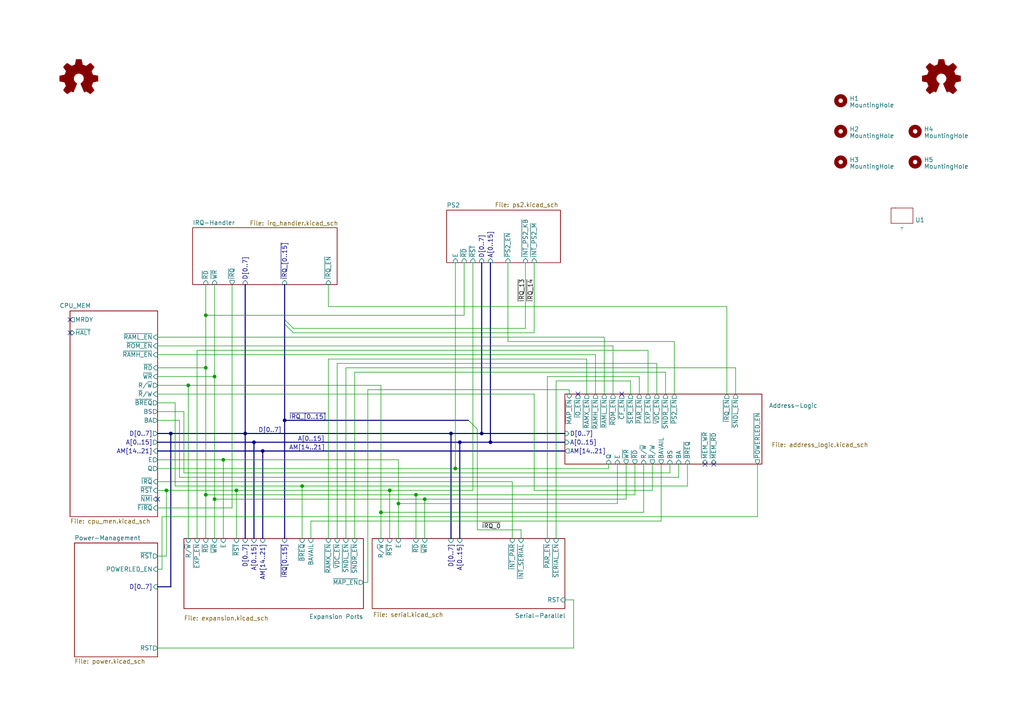
<source format=kicad_sch>
(kicad_sch
	(version 20231120)
	(generator "eeschema")
	(generator_version "8.0")
	(uuid "4cf1c087-5c32-4958-ab30-5e92afc4ef4b")
	(paper "A4")
	(lib_symbols
		(symbol "Graphic:Logo_Open_Hardware_Small"
			(exclude_from_sim no)
			(in_bom no)
			(on_board no)
			(property "Reference" "#SYM"
				(at 0 6.985 0)
				(effects
					(font
						(size 1.27 1.27)
					)
					(hide yes)
				)
			)
			(property "Value" "Logo_Open_Hardware_Small"
				(at 0 -5.715 0)
				(effects
					(font
						(size 1.27 1.27)
					)
					(hide yes)
				)
			)
			(property "Footprint" ""
				(at 0 0 0)
				(effects
					(font
						(size 1.27 1.27)
					)
					(hide yes)
				)
			)
			(property "Datasheet" "~"
				(at 0 0 0)
				(effects
					(font
						(size 1.27 1.27)
					)
					(hide yes)
				)
			)
			(property "Description" "Open Hardware logo, small"
				(at 0 0 0)
				(effects
					(font
						(size 1.27 1.27)
					)
					(hide yes)
				)
			)
			(property "Sim.Enable" "0"
				(at 0 0 0)
				(effects
					(font
						(size 1.27 1.27)
					)
					(hide yes)
				)
			)
			(property "ki_keywords" "Logo"
				(at 0 0 0)
				(effects
					(font
						(size 1.27 1.27)
					)
					(hide yes)
				)
			)
			(symbol "Logo_Open_Hardware_Small_0_1"
				(polyline
					(pts
						(xy 3.3528 -4.3434) (xy 3.302 -4.318) (xy 3.175 -4.2418) (xy 2.9972 -4.1148) (xy 2.7686 -3.9624)
						(xy 2.54 -3.81) (xy 2.3622 -3.7084) (xy 2.2352 -3.6068) (xy 2.1844 -3.5814) (xy 2.159 -3.6068)
						(xy 2.0574 -3.6576) (xy 1.905 -3.7338) (xy 1.8034 -3.7846) (xy 1.6764 -3.8354) (xy 1.6002 -3.8354)
						(xy 1.6002 -3.8354) (xy 1.5494 -3.7338) (xy 1.4732 -3.5306) (xy 1.3462 -3.302) (xy 1.2446 -3.0226)
						(xy 1.1176 -2.7178) (xy 0.9652 -2.413) (xy 0.8636 -2.1082) (xy 0.7366 -1.8288) (xy 0.6604 -1.6256)
						(xy 0.6096 -1.4732) (xy 0.5842 -1.397) (xy 0.5842 -1.397) (xy 0.6604 -1.3208) (xy 0.7874 -1.2446)
						(xy 1.0414 -1.016) (xy 1.2954 -0.6858) (xy 1.4478 -0.3302) (xy 1.524 0.0762) (xy 1.4732 0.4572)
						(xy 1.3208 0.8128) (xy 1.0668 1.143) (xy 0.762 1.3716) (xy 0.4064 1.524) (xy 0 1.5748) (xy -0.381 1.5494)
						(xy -0.7366 1.397) (xy -1.0668 1.143) (xy -1.2192 0.9906) (xy -1.397 0.6604) (xy -1.524 0.3048)
						(xy -1.524 0.2286) (xy -1.4986 -0.1778) (xy -1.397 -0.5334) (xy -1.1938 -0.8636) (xy -0.9144 -1.143)
						(xy -0.8636 -1.1684) (xy -0.7366 -1.27) (xy -0.635 -1.3462) (xy -0.5842 -1.397) (xy -1.0668 -2.5908)
						(xy -1.143 -2.794) (xy -1.2954 -3.1242) (xy -1.397 -3.4036) (xy -1.4986 -3.6322) (xy -1.5748 -3.7846)
						(xy -1.6002 -3.8354) (xy -1.6002 -3.8354) (xy -1.651 -3.8354) (xy -1.7272 -3.81) (xy -1.905 -3.7338)
						(xy -2.0066 -3.683) (xy -2.1336 -3.6068) (xy -2.2098 -3.5814) (xy -2.2606 -3.6068) (xy -2.3622 -3.683)
						(xy -2.54 -3.81) (xy -2.7686 -3.9624) (xy -2.9718 -4.0894) (xy -3.1496 -4.2164) (xy -3.302 -4.318)
						(xy -3.3528 -4.3434) (xy -3.3782 -4.3434) (xy -3.429 -4.318) (xy -3.5306 -4.2164) (xy -3.7084 -4.064)
						(xy -3.937 -3.8354) (xy -3.9624 -3.81) (xy -4.1656 -3.6068) (xy -4.318 -3.4544) (xy -4.4196 -3.3274)
						(xy -4.445 -3.2766) (xy -4.445 -3.2766) (xy -4.4196 -3.2258) (xy -4.318 -3.0734) (xy -4.2164 -2.8956)
						(xy -4.064 -2.667) (xy -3.6576 -2.0828) (xy -3.8862 -1.5494) (xy -3.937 -1.3716) (xy -4.0386 -1.1684)
						(xy -4.0894 -1.0414) (xy -4.1148 -0.9652) (xy -4.191 -0.9398) (xy -4.318 -0.9144) (xy -4.5466 -0.8636)
						(xy -4.8006 -0.8128) (xy -5.0546 -0.7874) (xy -5.2578 -0.7366) (xy -5.4356 -0.7112) (xy -5.5118 -0.6858)
						(xy -5.5118 -0.6858) (xy -5.5372 -0.635) (xy -5.5372 -0.5588) (xy -5.5372 -0.4318) (xy -5.5626 -0.2286)
						(xy -5.5626 0.0762) (xy -5.5626 0.127) (xy -5.5372 0.4064) (xy -5.5372 0.635) (xy -5.5372 0.762)
						(xy -5.5372 0.8382) (xy -5.5372 0.8382) (xy -5.461 0.8382) (xy -5.3086 0.889) (xy -5.08 0.9144)
						(xy -4.826 0.9652) (xy -4.8006 0.9906) (xy -4.5466 1.0414) (xy -4.318 1.0668) (xy -4.1656 1.1176)
						(xy -4.0894 1.143) (xy -4.0894 1.143) (xy -4.0386 1.2446) (xy -3.9624 1.4224) (xy -3.8608 1.6256)
						(xy -3.7846 1.8288) (xy -3.7084 2.0066) (xy -3.6576 2.159) (xy -3.6322 2.2098) (xy -3.6322 2.2098)
						(xy -3.683 2.286) (xy -3.7592 2.413) (xy -3.8862 2.5908) (xy -4.064 2.8194) (xy -4.064 2.8448)
						(xy -4.2164 3.0734) (xy -4.3434 3.2512) (xy -4.4196 3.3782) (xy -4.445 3.4544) (xy -4.445 3.4544)
						(xy -4.3942 3.5052) (xy -4.2926 3.6322) (xy -4.1148 3.81) (xy -3.937 4.0132) (xy -3.8608 4.064)
						(xy -3.6576 4.2926) (xy -3.5052 4.4196) (xy -3.4036 4.4958) (xy -3.3528 4.5212) (xy -3.3528 4.5212)
						(xy -3.302 4.4704) (xy -3.1496 4.3688) (xy -2.9718 4.2418) (xy -2.7432 4.0894) (xy -2.7178 4.0894)
						(xy -2.4892 3.937) (xy -2.3114 3.81) (xy -2.1844 3.7084) (xy -2.1336 3.683) (xy -2.1082 3.683)
						(xy -2.032 3.7084) (xy -1.8542 3.7592) (xy -1.6764 3.8354) (xy -1.4732 3.937) (xy -1.27 4.0132)
						(xy -1.143 4.064) (xy -1.0668 4.1148) (xy -1.0668 4.1148) (xy -1.0414 4.191) (xy -1.016 4.3434)
						(xy -0.9652 4.572) (xy -0.9144 4.8514) (xy -0.889 4.9022) (xy -0.8382 5.1562) (xy -0.8128 5.3848)
						(xy -0.7874 5.5372) (xy -0.762 5.588) (xy -0.7112 5.6134) (xy -0.5842 5.6134) (xy -0.4064 5.6134)
						(xy -0.1524 5.6134) (xy 0.0762 5.6134) (xy 0.3302 5.6134) (xy 0.5334 5.6134) (xy 0.6858 5.588)
						(xy 0.7366 5.588) (xy 0.7366 5.588) (xy 0.762 5.5118) (xy 0.8128 5.334) (xy 0.8382 5.1054) (xy 0.9144 4.826)
						(xy 0.9144 4.7752) (xy 0.9652 4.5212) (xy 1.016 4.2926) (xy 1.0414 4.1402) (xy 1.0668 4.0894)
						(xy 1.0668 4.0894) (xy 1.1938 4.0386) (xy 1.3716 3.9624) (xy 1.5748 3.8608) (xy 2.0828 3.6576)
						(xy 2.7178 4.0894) (xy 2.7686 4.1402) (xy 2.9972 4.2926) (xy 3.175 4.4196) (xy 3.302 4.4958) (xy 3.3782 4.5212)
						(xy 3.3782 4.5212) (xy 3.429 4.4704) (xy 3.556 4.3434) (xy 3.7338 4.191) (xy 3.9116 3.9878) (xy 4.064 3.8354)
						(xy 4.2418 3.6576) (xy 4.3434 3.556) (xy 4.4196 3.4798) (xy 4.4196 3.429) (xy 4.4196 3.4036) (xy 4.3942 3.3274)
						(xy 4.2926 3.2004) (xy 4.1656 2.9972) (xy 4.0132 2.794) (xy 3.8862 2.5908) (xy 3.7592 2.3876)
						(xy 3.6576 2.2352) (xy 3.6322 2.159) (xy 3.6322 2.1336) (xy 3.683 2.0066) (xy 3.7592 1.8288) (xy 3.8608 1.6002)
						(xy 4.064 1.1176) (xy 4.3942 1.0414) (xy 4.5974 1.016) (xy 4.8768 0.9652) (xy 5.1308 0.9144) (xy 5.5372 0.8382)
						(xy 5.5626 -0.6604) (xy 5.4864 -0.6858) (xy 5.4356 -0.6858) (xy 5.2832 -0.7366) (xy 5.0546 -0.762)
						(xy 4.8006 -0.8128) (xy 4.5974 -0.8636) (xy 4.3688 -0.9144) (xy 4.2164 -0.9398) (xy 4.1402 -0.9398)
						(xy 4.1148 -0.9652) (xy 4.064 -1.0668) (xy 3.9878 -1.2446) (xy 3.9116 -1.4478) (xy 3.81 -1.651)
						(xy 3.7338 -1.8542) (xy 3.683 -2.0066) (xy 3.6576 -2.0828) (xy 3.683 -2.1336) (xy 3.7846 -2.2606)
						(xy 3.8862 -2.4638) (xy 4.0386 -2.667) (xy 4.191 -2.8956) (xy 4.318 -3.0734) (xy 4.3942 -3.2004)
						(xy 4.445 -3.2766) (xy 4.4196 -3.3274) (xy 4.3434 -3.429) (xy 4.1656 -3.5814) (xy 3.937 -3.8354)
						(xy 3.8862 -3.8608) (xy 3.683 -4.064) (xy 3.5306 -4.2164) (xy 3.4036 -4.318) (xy 3.3528 -4.3434)
					)
					(stroke
						(width 0)
						(type default)
					)
					(fill
						(type outline)
					)
				)
			)
		)
		(symbol "Mechanical:MountingHole"
			(pin_names
				(offset 1.016)
			)
			(exclude_from_sim no)
			(in_bom yes)
			(on_board yes)
			(property "Reference" "H"
				(at 0 5.08 0)
				(effects
					(font
						(size 1.27 1.27)
					)
				)
			)
			(property "Value" "MountingHole"
				(at 0 3.175 0)
				(effects
					(font
						(size 1.27 1.27)
					)
				)
			)
			(property "Footprint" ""
				(at 0 0 0)
				(effects
					(font
						(size 1.27 1.27)
					)
					(hide yes)
				)
			)
			(property "Datasheet" "~"
				(at 0 0 0)
				(effects
					(font
						(size 1.27 1.27)
					)
					(hide yes)
				)
			)
			(property "Description" "Mounting Hole without connection"
				(at 0 0 0)
				(effects
					(font
						(size 1.27 1.27)
					)
					(hide yes)
				)
			)
			(property "ki_keywords" "mounting hole"
				(at 0 0 0)
				(effects
					(font
						(size 1.27 1.27)
					)
					(hide yes)
				)
			)
			(property "ki_fp_filters" "MountingHole*"
				(at 0 0 0)
				(effects
					(font
						(size 1.27 1.27)
					)
					(hide yes)
				)
			)
			(symbol "MountingHole_0_1"
				(circle
					(center 0 0)
					(radius 1.27)
					(stroke
						(width 1.27)
						(type default)
					)
					(fill
						(type none)
					)
				)
			)
		)
		(symbol "motherboard:mITX"
			(exclude_from_sim no)
			(in_bom yes)
			(on_board yes)
			(property "Reference" "U"
				(at 0 0 0)
				(effects
					(font
						(size 1.27 1.27)
					)
				)
			)
			(property "Value" ""
				(at 0 0 0)
				(effects
					(font
						(size 1.27 1.27)
					)
				)
			)
			(property "Footprint" "motherboard:mITX"
				(at 0 0 0)
				(effects
					(font
						(size 1.27 1.27)
					)
					(hide yes)
				)
			)
			(property "Datasheet" ""
				(at 0 0 0)
				(effects
					(font
						(size 1.27 1.27)
					)
					(hide yes)
				)
			)
			(property "Description" ""
				(at 0 0 0)
				(effects
					(font
						(size 1.27 1.27)
					)
					(hide yes)
				)
			)
			(symbol "mITX_0_1"
				(rectangle
					(start -3.175 5.715)
					(end 3.175 1.27)
					(stroke
						(width 0)
						(type default)
					)
					(fill
						(type none)
					)
				)
				(rectangle
					(start -1.905 5.715)
					(end -1.905 5.715)
					(stroke
						(width 0)
						(type default)
					)
					(fill
						(type none)
					)
				)
				(rectangle
					(start -1.905 5.715)
					(end -1.905 5.715)
					(stroke
						(width 0)
						(type default)
					)
					(fill
						(type none)
					)
				)
				(rectangle
					(start 0 -0.635)
					(end 0 -0.635)
					(stroke
						(width 0)
						(type default)
					)
					(fill
						(type none)
					)
				)
				(rectangle
					(start 0 -0.635)
					(end 0 -0.635)
					(stroke
						(width 0)
						(type default)
					)
					(fill
						(type none)
					)
				)
			)
		)
	)
	(junction
		(at 59.69 106.68)
		(diameter 0)
		(color 0 0 0 0)
		(uuid "0c35ef48-068f-4fe8-be5d-31f9a9be0abe")
	)
	(junction
		(at 49.53 125.73)
		(diameter 0)
		(color 0 0 0 0)
		(uuid "13fe53d7-8198-41a0-89fc-81fcb55cf35f")
	)
	(junction
		(at 62.23 109.22)
		(diameter 0)
		(color 0 0 0 0)
		(uuid "1b052e2b-9846-46e6-83fe-d041cdc5aad4")
	)
	(junction
		(at 76.2 130.81)
		(diameter 0)
		(color 0 0 0 0)
		(uuid "238b032a-bb13-47ce-9cb4-2b92eb414fb4")
	)
	(junction
		(at 110.49 148.59)
		(diameter 0)
		(color 0 0 0 0)
		(uuid "246a0cf4-6db3-4bb7-9487-70686ab04d6e")
	)
	(junction
		(at 139.7 125.73)
		(diameter 0)
		(color 0 0 0 0)
		(uuid "258f1eec-e596-4d34-a111-8ddd0ff3840f")
	)
	(junction
		(at 133.35 128.27)
		(diameter 0)
		(color 0 0 0 0)
		(uuid "277f89f3-b8ba-4bcc-9b52-05296d4d3750")
	)
	(junction
		(at 120.65 143.51)
		(diameter 0)
		(color 0 0 0 0)
		(uuid "3ab77c98-3eb1-4b49-b113-d6270e663582")
	)
	(junction
		(at 68.58 142.24)
		(diameter 0)
		(color 0 0 0 0)
		(uuid "3f41441b-c9dd-4908-bd2f-3b66c4508e0c")
	)
	(junction
		(at 71.12 125.73)
		(diameter 0)
		(color 0 0 0 0)
		(uuid "48d24ff3-5a50-4fd1-b692-c5c0a3219cd5")
	)
	(junction
		(at 64.77 133.35)
		(diameter 0)
		(color 0 0 0 0)
		(uuid "530c8fe4-a7f8-47ef-97d6-223064fb19cd")
	)
	(junction
		(at 54.61 111.76)
		(diameter 0)
		(color 0 0 0 0)
		(uuid "55e7ac78-963b-4196-b229-93edbb9cd30b")
	)
	(junction
		(at 132.08 135.89)
		(diameter 0)
		(color 0 0 0 0)
		(uuid "6f453f62-5193-4b52-83e0-b1626d0b9bc5")
	)
	(junction
		(at 48.26 142.24)
		(diameter 0)
		(color 0 0 0 0)
		(uuid "83664fde-73b8-40e1-b6d1-adf2fe3d46f1")
	)
	(junction
		(at 130.81 125.73)
		(diameter 0)
		(color 0 0 0 0)
		(uuid "94bebd48-f151-4bf0-b828-ece434f87ed9")
	)
	(junction
		(at 59.69 143.51)
		(diameter 0)
		(color 0 0 0 0)
		(uuid "952b1038-b77f-40fb-9d17-da572487e6ec")
	)
	(junction
		(at 113.03 142.24)
		(diameter 0)
		(color 0 0 0 0)
		(uuid "99005c6a-45a5-44cf-8de0-8e7d7af16b5f")
	)
	(junction
		(at 62.23 144.78)
		(diameter 0)
		(color 0 0 0 0)
		(uuid "a6ba641f-53b3-4c95-b8e6-a122b76e9e6e")
	)
	(junction
		(at 142.24 128.27)
		(diameter 0)
		(color 0 0 0 0)
		(uuid "b1a9a024-e085-44b5-83db-d991b2cae126")
	)
	(junction
		(at 82.55 121.92)
		(diameter 0)
		(color 0 0 0 0)
		(uuid "b8a4c36d-2f04-47af-96d3-847b81628a28")
	)
	(junction
		(at 123.19 144.78)
		(diameter 0)
		(color 0 0 0 0)
		(uuid "c7fdc8dc-f4d5-4bab-b6d8-eabbf79e5588")
	)
	(junction
		(at 59.69 91.44)
		(diameter 0)
		(color 0 0 0 0)
		(uuid "d40cb398-f596-4733-a117-6e44b8e560a5")
	)
	(junction
		(at 73.66 128.27)
		(diameter 0)
		(color 0 0 0 0)
		(uuid "d7474274-c202-40a8-8da8-170b5fc4dc4f")
	)
	(junction
		(at 115.57 146.05)
		(diameter 0)
		(color 0 0 0 0)
		(uuid "ea4e7bde-fa29-4777-bc39-a0b500490ad9")
	)
	(junction
		(at 87.63 140.97)
		(diameter 0)
		(color 0 0 0 0)
		(uuid "f6ad3577-ff40-44a9-8c96-af496c281ae8")
	)
	(no_connect
		(at 20.32 96.52)
		(uuid "063eeeb9-41b6-4331-bb80-6ea00733e20d")
	)
	(no_connect
		(at 45.72 144.78)
		(uuid "37b4d194-e57b-4b38-9e98-f13c365983c5")
	)
	(no_connect
		(at 204.47 134.62)
		(uuid "4829c488-6870-4bf9-8a39-983b5ce916ed")
	)
	(no_connect
		(at 207.01 134.62)
		(uuid "9c594292-312e-48cd-ab8d-c1523a574afb")
	)
	(no_connect
		(at 167.64 114.3)
		(uuid "9c5d8857-a79d-4381-8e1e-1bb968a1afd0")
	)
	(no_connect
		(at 180.34 114.3)
		(uuid "9ee219b2-9341-4827-a281-e5fbc7169ef4")
	)
	(no_connect
		(at 20.32 92.71)
		(uuid "b9b3f625-f3af-4e9c-af90-bbf1d86f9357")
	)
	(bus_entry
		(at 135.89 121.92)
		(size 2.54 2.54)
		(stroke
			(width 0)
			(type default)
		)
		(uuid "1ab5221b-121a-44c9-823d-ea761c9b4428")
	)
	(bus_entry
		(at 82.55 93.98)
		(size 2.54 2.54)
		(stroke
			(width 0)
			(type default)
		)
		(uuid "2f07ded0-0a0c-4fa1-9980-4794a91e7d6c")
	)
	(bus_entry
		(at 82.55 92.71)
		(size 2.54 2.54)
		(stroke
			(width 0)
			(type default)
		)
		(uuid "7161a645-8f76-48ff-82c4-f923e2bc81aa")
	)
	(wire
		(pts
			(xy 45.72 109.22) (xy 62.23 109.22)
		)
		(stroke
			(width 0)
			(type default)
		)
		(uuid "01bee8e6-a388-4408-aa93-001719b2eab9")
	)
	(wire
		(pts
			(xy 62.23 109.22) (xy 62.23 144.78)
		)
		(stroke
			(width 0)
			(type default)
		)
		(uuid "04222302-99ed-43bf-b16d-80a016914400")
	)
	(wire
		(pts
			(xy 110.49 111.76) (xy 110.49 148.59)
		)
		(stroke
			(width 0)
			(type default)
		)
		(uuid "048eb5dd-80a1-417e-a714-ca98480035f1")
	)
	(wire
		(pts
			(xy 187.96 101.6) (xy 187.96 114.3)
		)
		(stroke
			(width 0)
			(type default)
		)
		(uuid "06e9126d-ad8e-4a03-86ae-c5fb665b771d")
	)
	(wire
		(pts
			(xy 54.61 111.76) (xy 54.61 156.21)
		)
		(stroke
			(width 0)
			(type default)
		)
		(uuid "0884f0aa-6271-4a03-b8aa-f931afbeb6fd")
	)
	(bus
		(pts
			(xy 142.24 76.2) (xy 142.24 128.27)
		)
		(stroke
			(width 0)
			(type default)
		)
		(uuid "090cacf8-94fe-4232-adc7-810e1e2004e6")
	)
	(wire
		(pts
			(xy 62.23 156.21) (xy 62.23 144.78)
		)
		(stroke
			(width 0)
			(type default)
		)
		(uuid "0ab6360d-2131-4c30-8500-8d51d88de802")
	)
	(wire
		(pts
			(xy 179.07 146.05) (xy 179.07 134.62)
		)
		(stroke
			(width 0)
			(type default)
		)
		(uuid "0b24506d-1ecc-4979-9a12-7bfa3a6dc9db")
	)
	(wire
		(pts
			(xy 195.58 99.06) (xy 195.58 114.3)
		)
		(stroke
			(width 0)
			(type default)
		)
		(uuid "0dd64614-7a1a-4211-bc47-fb778d45f7d5")
	)
	(wire
		(pts
			(xy 45.72 106.68) (xy 59.69 106.68)
		)
		(stroke
			(width 0)
			(type default)
		)
		(uuid "0f52fdec-ca32-4537-8a75-eb619b32a392")
	)
	(wire
		(pts
			(xy 193.04 107.95) (xy 193.04 114.3)
		)
		(stroke
			(width 0)
			(type default)
		)
		(uuid "0fb4768a-288b-4eb9-8c06-fc33e9c1922a")
	)
	(wire
		(pts
			(xy 45.72 111.76) (xy 54.61 111.76)
		)
		(stroke
			(width 0)
			(type default)
		)
		(uuid "118be966-db3c-4741-a8a4-542e86ab6e43")
	)
	(wire
		(pts
			(xy 59.69 82.55) (xy 59.69 91.44)
		)
		(stroke
			(width 0)
			(type default)
		)
		(uuid "14d6da47-27d5-4deb-a7ef-2390cfec514b")
	)
	(wire
		(pts
			(xy 172.72 102.87) (xy 172.72 114.3)
		)
		(stroke
			(width 0)
			(type default)
		)
		(uuid "197b608e-bcd8-4471-8ba6-316929f2342a")
	)
	(wire
		(pts
			(xy 158.75 156.21) (xy 158.75 109.22)
		)
		(stroke
			(width 0)
			(type default)
		)
		(uuid "1d458c68-4807-490d-8262-aac0312fbcbf")
	)
	(wire
		(pts
			(xy 185.42 109.22) (xy 185.42 114.3)
		)
		(stroke
			(width 0)
			(type default)
		)
		(uuid "1f2e9350-4b03-41fd-9605-965b5009070b")
	)
	(wire
		(pts
			(xy 90.17 151.13) (xy 90.17 156.21)
		)
		(stroke
			(width 0)
			(type default)
		)
		(uuid "1f6059f5-a071-4ac9-bc8a-0e1ce7903e8d")
	)
	(wire
		(pts
			(xy 46.99 165.1) (xy 45.72 165.1)
		)
		(stroke
			(width 0)
			(type default)
		)
		(uuid "209a5029-d003-466e-905a-952a482dae56")
	)
	(wire
		(pts
			(xy 137.16 142.24) (xy 113.03 142.24)
		)
		(stroke
			(width 0)
			(type default)
		)
		(uuid "2279f43d-2613-43fd-9b43-18bff8ab07e9")
	)
	(wire
		(pts
			(xy 53.34 137.16) (xy 194.31 137.16)
		)
		(stroke
			(width 0)
			(type default)
		)
		(uuid "23812494-1928-4a59-95e9-28731094ab1a")
	)
	(wire
		(pts
			(xy 45.72 100.33) (xy 177.8 100.33)
		)
		(stroke
			(width 0)
			(type default)
		)
		(uuid "241f7f98-bfb5-400d-b67b-a77334de089f")
	)
	(bus
		(pts
			(xy 133.35 128.27) (xy 133.35 156.21)
		)
		(stroke
			(width 0)
			(type default)
		)
		(uuid "259b718a-20b0-4c68-b287-a911c3bb7d62")
	)
	(wire
		(pts
			(xy 87.63 140.97) (xy 87.63 156.21)
		)
		(stroke
			(width 0)
			(type default)
		)
		(uuid "25d74a21-95d8-4576-ba81-7154ff0ee969")
	)
	(wire
		(pts
			(xy 154.94 96.52) (xy 154.94 76.2)
		)
		(stroke
			(width 0)
			(type default)
		)
		(uuid "269a7c6b-f468-4e0d-a9e9-1b761cce024e")
	)
	(wire
		(pts
			(xy 45.72 161.29) (xy 48.26 161.29)
		)
		(stroke
			(width 0)
			(type default)
		)
		(uuid "26cea193-107b-4a0a-af37-4009fb36c46f")
	)
	(wire
		(pts
			(xy 158.75 109.22) (xy 185.42 109.22)
		)
		(stroke
			(width 0)
			(type default)
		)
		(uuid "279e11ec-84fb-4924-8a53-a46410ca32e7")
	)
	(wire
		(pts
			(xy 120.65 143.51) (xy 120.65 156.21)
		)
		(stroke
			(width 0)
			(type default)
		)
		(uuid "29d35b52-f480-4624-84ad-27980a79fea5")
	)
	(wire
		(pts
			(xy 213.36 106.68) (xy 213.36 114.3)
		)
		(stroke
			(width 0)
			(type default)
		)
		(uuid "2d28c299-262b-4e6c-940d-f42d0f530b15")
	)
	(bus
		(pts
			(xy 130.81 125.73) (xy 130.81 156.21)
		)
		(stroke
			(width 0)
			(type default)
		)
		(uuid "2d8621da-ba1d-4d42-acc6-5b3c0359e408")
	)
	(wire
		(pts
			(xy 191.77 134.62) (xy 191.77 151.13)
		)
		(stroke
			(width 0)
			(type default)
		)
		(uuid "322722d9-50da-45fb-a984-c21a2f1557e6")
	)
	(wire
		(pts
			(xy 166.37 173.99) (xy 163.83 173.99)
		)
		(stroke
			(width 0)
			(type default)
		)
		(uuid "32ec297b-c91f-4e91-ae88-925e7759c45c")
	)
	(wire
		(pts
			(xy 52.07 138.43) (xy 52.07 121.92)
		)
		(stroke
			(width 0)
			(type default)
		)
		(uuid "33300a9e-f156-4d36-afc3-0e74ee5cbb88")
	)
	(bus
		(pts
			(xy 73.66 128.27) (xy 73.66 156.21)
		)
		(stroke
			(width 0)
			(type default)
		)
		(uuid "3344fa68-885e-4a48-9d68-8f84ae17425c")
	)
	(wire
		(pts
			(xy 68.58 142.24) (xy 113.03 142.24)
		)
		(stroke
			(width 0)
			(type default)
		)
		(uuid "33751e41-6354-4402-952c-c34f02a784c8")
	)
	(bus
		(pts
			(xy 49.53 125.73) (xy 45.72 125.73)
		)
		(stroke
			(width 0)
			(type default)
		)
		(uuid "344ca0d9-b35a-4f97-9b55-caf06f75a5ec")
	)
	(wire
		(pts
			(xy 59.69 143.51) (xy 59.69 156.21)
		)
		(stroke
			(width 0)
			(type default)
		)
		(uuid "35cbb22b-3568-4447-89e1-762c2a6638d6")
	)
	(wire
		(pts
			(xy 194.31 137.16) (xy 194.31 134.62)
		)
		(stroke
			(width 0)
			(type default)
		)
		(uuid "3c2a07af-6818-462e-aa9f-95d8cc2c048b")
	)
	(wire
		(pts
			(xy 46.99 149.86) (xy 46.99 165.1)
		)
		(stroke
			(width 0)
			(type default)
		)
		(uuid "3ce1c4ab-db54-40f8-893f-8d575efdc39d")
	)
	(wire
		(pts
			(xy 57.15 101.6) (xy 187.96 101.6)
		)
		(stroke
			(width 0)
			(type default)
		)
		(uuid "3d5efaac-ce4e-4ef0-b7e8-db47c439fcb4")
	)
	(bus
		(pts
			(xy 45.72 130.81) (xy 76.2 130.81)
		)
		(stroke
			(width 0)
			(type default)
		)
		(uuid "400b64f2-44cc-4a8a-9687-a2d686e09c52")
	)
	(wire
		(pts
			(xy 54.61 111.76) (xy 110.49 111.76)
		)
		(stroke
			(width 0)
			(type default)
		)
		(uuid "406d7302-9730-44d9-9a46-f8ad6a9be078")
	)
	(wire
		(pts
			(xy 45.72 119.38) (xy 53.34 119.38)
		)
		(stroke
			(width 0)
			(type default)
		)
		(uuid "40baf2fa-c340-49a0-a100-277a1f4fe082")
	)
	(wire
		(pts
			(xy 106.68 168.91) (xy 106.68 113.03)
		)
		(stroke
			(width 0)
			(type default)
		)
		(uuid "40c4de33-49c1-4b57-a95f-cbdfcc5fc712")
	)
	(wire
		(pts
			(xy 97.79 156.21) (xy 97.79 105.41)
		)
		(stroke
			(width 0)
			(type default)
		)
		(uuid "4280e2e8-79e4-40c9-8eef-0c3cbe29795e")
	)
	(wire
		(pts
			(xy 123.19 144.78) (xy 123.19 156.21)
		)
		(stroke
			(width 0)
			(type default)
		)
		(uuid "4353e19b-a928-43bf-be4f-b2a3af1c1826")
	)
	(wire
		(pts
			(xy 196.85 134.62) (xy 196.85 138.43)
		)
		(stroke
			(width 0)
			(type default)
		)
		(uuid "4a17c797-e99e-487f-a3ba-84070f139461")
	)
	(wire
		(pts
			(xy 45.72 135.89) (xy 132.08 135.89)
		)
		(stroke
			(width 0)
			(type default)
		)
		(uuid "4cc5ac6a-d4f2-4445-b0ea-46ae33e8b17a")
	)
	(bus
		(pts
			(xy 73.66 128.27) (xy 133.35 128.27)
		)
		(stroke
			(width 0)
			(type default)
		)
		(uuid "4e06b080-6c55-48bd-ba38-3878d26270f6")
	)
	(wire
		(pts
			(xy 45.72 187.96) (xy 166.37 187.96)
		)
		(stroke
			(width 0)
			(type default)
		)
		(uuid "4e50ae45-a1c7-4859-9088-ccec7ee5f130")
	)
	(bus
		(pts
			(xy 76.2 130.81) (xy 76.2 156.21)
		)
		(stroke
			(width 0)
			(type default)
		)
		(uuid "501dad52-fbe5-4d62-9034-d18d09b7254e")
	)
	(bus
		(pts
			(xy 133.35 128.27) (xy 142.24 128.27)
		)
		(stroke
			(width 0)
			(type default)
		)
		(uuid "53c564f1-7c74-40c3-b71c-a492b41ec996")
	)
	(wire
		(pts
			(xy 175.26 97.79) (xy 175.26 114.3)
		)
		(stroke
			(width 0)
			(type default)
		)
		(uuid "544d0d3e-021c-4542-99ad-a1c153f4606a")
	)
	(wire
		(pts
			(xy 50.8 140.97) (xy 87.63 140.97)
		)
		(stroke
			(width 0)
			(type default)
		)
		(uuid "54575073-86c5-4f81-a763-6c93d3c0a60f")
	)
	(wire
		(pts
			(xy 177.8 100.33) (xy 177.8 114.3)
		)
		(stroke
			(width 0)
			(type default)
		)
		(uuid "55e0b9cb-dac4-41b7-9cfa-4e7b9469f3f5")
	)
	(bus
		(pts
			(xy 82.55 121.92) (xy 135.89 121.92)
		)
		(stroke
			(width 0)
			(type default)
		)
		(uuid "55f972c0-e106-4a3b-961d-9a2a22ecc961")
	)
	(wire
		(pts
			(xy 97.79 105.41) (xy 190.5 105.41)
		)
		(stroke
			(width 0)
			(type default)
		)
		(uuid "560be15c-4d46-4ca7-a7bf-40acd43c7dcc")
	)
	(wire
		(pts
			(xy 110.49 148.59) (xy 186.69 148.59)
		)
		(stroke
			(width 0)
			(type default)
		)
		(uuid "5b039efc-993f-430b-a88d-4c88f8162347")
	)
	(wire
		(pts
			(xy 134.62 91.44) (xy 59.69 91.44)
		)
		(stroke
			(width 0)
			(type default)
		)
		(uuid "5d95b71c-9ae0-4404-9f13-116d0d703650")
	)
	(wire
		(pts
			(xy 190.5 105.41) (xy 190.5 114.3)
		)
		(stroke
			(width 0)
			(type default)
		)
		(uuid "5e6c6e3d-0f55-4cc4-8c5f-a5bea9d0d3fb")
	)
	(wire
		(pts
			(xy 62.23 144.78) (xy 123.19 144.78)
		)
		(stroke
			(width 0)
			(type default)
		)
		(uuid "667386e2-3abf-442d-98d8-cd081c8df5be")
	)
	(wire
		(pts
			(xy 154.94 114.3) (xy 154.94 142.24)
		)
		(stroke
			(width 0)
			(type default)
		)
		(uuid "66794f32-9365-409b-a9ae-564afc546424")
	)
	(wire
		(pts
			(xy 106.68 168.91) (xy 105.41 168.91)
		)
		(stroke
			(width 0)
			(type default)
		)
		(uuid "66aff1c4-581b-41b1-9ce6-7c65b4a97854")
	)
	(wire
		(pts
			(xy 85.09 96.52) (xy 154.94 96.52)
		)
		(stroke
			(width 0)
			(type default)
		)
		(uuid "66fc404a-2bf9-4e46-9dc2-36a15c78a9ea")
	)
	(wire
		(pts
			(xy 138.43 153.67) (xy 151.13 153.67)
		)
		(stroke
			(width 0)
			(type default)
		)
		(uuid "67574f6d-895b-4a04-acd4-c262f7a717d6")
	)
	(bus
		(pts
			(xy 45.72 128.27) (xy 73.66 128.27)
		)
		(stroke
			(width 0)
			(type default)
		)
		(uuid "678efe19-e6db-40e1-8115-3c07ccf346b0")
	)
	(wire
		(pts
			(xy 48.26 161.29) (xy 48.26 142.24)
		)
		(stroke
			(width 0)
			(type default)
		)
		(uuid "690c2c58-5ced-4282-8a88-8505eb574498")
	)
	(wire
		(pts
			(xy 147.32 99.06) (xy 195.58 99.06)
		)
		(stroke
			(width 0)
			(type default)
		)
		(uuid "69215338-cd92-4afb-8927-0449e8a89b5a")
	)
	(wire
		(pts
			(xy 115.57 133.35) (xy 115.57 146.05)
		)
		(stroke
			(width 0)
			(type default)
		)
		(uuid "6a293054-403d-455b-b8d2-7081a0cd7117")
	)
	(wire
		(pts
			(xy 100.33 106.68) (xy 213.36 106.68)
		)
		(stroke
			(width 0)
			(type default)
		)
		(uuid "6baee64a-02df-4a98-852e-794c4f8bd993")
	)
	(wire
		(pts
			(xy 210.82 88.9) (xy 210.82 114.3)
		)
		(stroke
			(width 0)
			(type default)
		)
		(uuid "6ccade6b-4c1d-47ae-978a-e612e15c04fc")
	)
	(wire
		(pts
			(xy 100.33 156.21) (xy 100.33 106.68)
		)
		(stroke
			(width 0)
			(type default)
		)
		(uuid "731040c9-6786-482d-baa3-f74fab46e7cc")
	)
	(wire
		(pts
			(xy 45.72 147.32) (xy 67.31 147.32)
		)
		(stroke
			(width 0)
			(type default)
		)
		(uuid "7347256e-4aaa-433b-a17c-8e292b4555c5")
	)
	(wire
		(pts
			(xy 191.77 151.13) (xy 90.17 151.13)
		)
		(stroke
			(width 0)
			(type default)
		)
		(uuid "74b68cd9-0a8d-43ab-b2f3-81ce27911f4c")
	)
	(bus
		(pts
			(xy 71.12 125.73) (xy 49.53 125.73)
		)
		(stroke
			(width 0)
			(type default)
		)
		(uuid "7566dfd5-1d5b-4bc9-8bb0-6b2037aa58ea")
	)
	(wire
		(pts
			(xy 219.71 134.62) (xy 219.71 149.86)
		)
		(stroke
			(width 0)
			(type default)
		)
		(uuid "75871a9c-5472-418e-818d-3a642b75736f")
	)
	(bus
		(pts
			(xy 71.12 82.55) (xy 71.12 125.73)
		)
		(stroke
			(width 0)
			(type default)
		)
		(uuid "781d881e-4c71-4f3a-b9c4-29a342f95c9c")
	)
	(wire
		(pts
			(xy 184.15 134.62) (xy 184.15 143.51)
		)
		(stroke
			(width 0)
			(type default)
		)
		(uuid "7b08be47-9e74-4ca3-bbb5-5afef17f6075")
	)
	(wire
		(pts
			(xy 106.68 113.03) (xy 165.1 113.03)
		)
		(stroke
			(width 0)
			(type default)
		)
		(uuid "7bb283ff-43d2-4c60-ab47-fd6fb481052c")
	)
	(wire
		(pts
			(xy 182.88 110.49) (xy 182.88 114.3)
		)
		(stroke
			(width 0)
			(type default)
		)
		(uuid "7c2e0f8f-02a3-471a-8acc-c4854eddec88")
	)
	(wire
		(pts
			(xy 115.57 146.05) (xy 115.57 156.21)
		)
		(stroke
			(width 0)
			(type default)
		)
		(uuid "7fffcb1a-7d8e-4058-a87d-1cca58956a27")
	)
	(wire
		(pts
			(xy 48.26 142.24) (xy 68.58 142.24)
		)
		(stroke
			(width 0)
			(type default)
		)
		(uuid "843aa8e5-ffd8-45c3-91a2-c5fa9d559820")
	)
	(bus
		(pts
			(xy 130.81 125.73) (xy 139.7 125.73)
		)
		(stroke
			(width 0)
			(type default)
		)
		(uuid "859868aa-45e3-4378-b126-33320909a53e")
	)
	(wire
		(pts
			(xy 189.23 142.24) (xy 189.23 134.62)
		)
		(stroke
			(width 0)
			(type default)
		)
		(uuid "8796d0d6-0f00-4be5-9a39-7d17c0f5fe9f")
	)
	(bus
		(pts
			(xy 139.7 76.2) (xy 139.7 125.73)
		)
		(stroke
			(width 0)
			(type default)
		)
		(uuid "8a981e5a-2767-4ee6-ae62-ac22420afa66")
	)
	(wire
		(pts
			(xy 45.72 114.3) (xy 154.94 114.3)
		)
		(stroke
			(width 0)
			(type default)
		)
		(uuid "8ad46cda-8f99-4cae-af71-365efd7e2484")
	)
	(wire
		(pts
			(xy 152.4 76.2) (xy 152.4 95.25)
		)
		(stroke
			(width 0)
			(type default)
		)
		(uuid "8af292c8-f442-48ec-8764-5aea21cf8967")
	)
	(wire
		(pts
			(xy 170.18 104.14) (xy 170.18 114.3)
		)
		(stroke
			(width 0)
			(type default)
		)
		(uuid "8b8def18-6957-4822-b87c-e6400c4b73ad")
	)
	(bus
		(pts
			(xy 71.12 125.73) (xy 130.81 125.73)
		)
		(stroke
			(width 0)
			(type default)
		)
		(uuid "8bcda15b-733d-461c-9aac-51537f42495c")
	)
	(wire
		(pts
			(xy 59.69 106.68) (xy 59.69 143.51)
		)
		(stroke
			(width 0)
			(type default)
		)
		(uuid "9111cff7-8e4e-4348-8255-8913485f2e94")
	)
	(wire
		(pts
			(xy 48.26 142.24) (xy 45.72 142.24)
		)
		(stroke
			(width 0)
			(type default)
		)
		(uuid "93ab3b9b-3b9f-4e70-b16a-cad990e9ea4a")
	)
	(bus
		(pts
			(xy 82.55 93.98) (xy 82.55 121.92)
		)
		(stroke
			(width 0)
			(type default)
		)
		(uuid "9995f9c4-4608-4e06-8c86-4ca3c277bd27")
	)
	(wire
		(pts
			(xy 57.15 156.21) (xy 57.15 101.6)
		)
		(stroke
			(width 0)
			(type default)
		)
		(uuid "99d5fd13-13c7-4c81-91de-866f02429ca4")
	)
	(wire
		(pts
			(xy 64.77 133.35) (xy 115.57 133.35)
		)
		(stroke
			(width 0)
			(type default)
		)
		(uuid "9af52f26-02e3-4f66-96e0-040dd1a2f526")
	)
	(wire
		(pts
			(xy 115.57 146.05) (xy 179.07 146.05)
		)
		(stroke
			(width 0)
			(type default)
		)
		(uuid "9bc5d61b-522d-408e-8da5-43f4da392f32")
	)
	(wire
		(pts
			(xy 102.87 156.21) (xy 102.87 107.95)
		)
		(stroke
			(width 0)
			(type default)
		)
		(uuid "9c4b3c39-0561-48c4-bfe0-85b2d4c4de1b")
	)
	(wire
		(pts
			(xy 67.31 147.32) (xy 67.31 82.55)
		)
		(stroke
			(width 0)
			(type default)
		)
		(uuid "9cdca52d-a824-4856-a050-8cb2476c5137")
	)
	(wire
		(pts
			(xy 138.43 124.46) (xy 138.43 153.67)
		)
		(stroke
			(width 0)
			(type default)
		)
		(uuid "a065d266-acd9-479b-99d7-8feeecb7be8c")
	)
	(wire
		(pts
			(xy 110.49 148.59) (xy 110.49 156.21)
		)
		(stroke
			(width 0)
			(type default)
		)
		(uuid "a403781b-6a5d-4fcc-a355-80474a711950")
	)
	(wire
		(pts
			(xy 132.08 135.89) (xy 176.53 135.89)
		)
		(stroke
			(width 0)
			(type default)
		)
		(uuid "ab35f05d-aa36-499a-bf1e-bd050929d7cd")
	)
	(wire
		(pts
			(xy 165.1 113.03) (xy 165.1 114.3)
		)
		(stroke
			(width 0)
			(type default)
		)
		(uuid "ac4f1a6d-53e3-4409-95eb-669845435995")
	)
	(wire
		(pts
			(xy 134.62 76.2) (xy 134.62 91.44)
		)
		(stroke
			(width 0)
			(type default)
		)
		(uuid "af790348-7623-4454-b3f3-7fef44d18221")
	)
	(wire
		(pts
			(xy 95.25 88.9) (xy 210.82 88.9)
		)
		(stroke
			(width 0)
			(type default)
		)
		(uuid "b013348f-df3f-42b3-acc2-7ed60a7633aa")
	)
	(bus
		(pts
			(xy 71.12 125.73) (xy 71.12 156.21)
		)
		(stroke
			(width 0)
			(type default)
		)
		(uuid "b1aeca7e-b6b4-4c62-af83-9c53f50245b8")
	)
	(wire
		(pts
			(xy 102.87 107.95) (xy 193.04 107.95)
		)
		(stroke
			(width 0)
			(type default)
		)
		(uuid "b3073422-df95-459c-a4be-77af6e137a67")
	)
	(wire
		(pts
			(xy 85.09 95.25) (xy 152.4 95.25)
		)
		(stroke
			(width 0)
			(type default)
		)
		(uuid "b4121143-1f3e-465f-b58d-7f89a4a453fe")
	)
	(wire
		(pts
			(xy 45.72 139.7) (xy 148.59 139.7)
		)
		(stroke
			(width 0)
			(type default)
		)
		(uuid "b6133392-8a72-4848-82ac-a4b315b94ff2")
	)
	(bus
		(pts
			(xy 139.7 125.73) (xy 163.83 125.73)
		)
		(stroke
			(width 0)
			(type default)
		)
		(uuid "b75d53e0-9af6-4282-be68-fcf67bef70d9")
	)
	(wire
		(pts
			(xy 137.16 76.2) (xy 137.16 142.24)
		)
		(stroke
			(width 0)
			(type default)
		)
		(uuid "b871aca8-4d4b-4af3-a604-42564944246e")
	)
	(wire
		(pts
			(xy 161.29 110.49) (xy 182.88 110.49)
		)
		(stroke
			(width 0)
			(type default)
		)
		(uuid "b94bede8-1276-4cfc-a73e-e03e353ec34c")
	)
	(wire
		(pts
			(xy 59.69 143.51) (xy 120.65 143.51)
		)
		(stroke
			(width 0)
			(type default)
		)
		(uuid "c0062edb-264a-44fb-ace3-3ac9cf06af6d")
	)
	(wire
		(pts
			(xy 45.72 97.79) (xy 175.26 97.79)
		)
		(stroke
			(width 0)
			(type default)
		)
		(uuid "c1976492-4994-4b1d-b149-d1eb09cde823")
	)
	(wire
		(pts
			(xy 68.58 156.21) (xy 68.58 142.24)
		)
		(stroke
			(width 0)
			(type default)
		)
		(uuid "c20dde22-23f2-4744-bbb7-328424786d36")
	)
	(bus
		(pts
			(xy 76.2 130.81) (xy 163.83 130.81)
		)
		(stroke
			(width 0)
			(type default)
		)
		(uuid "c7077019-26f4-4ae3-af6f-92bab83dd9a8")
	)
	(bus
		(pts
			(xy 82.55 92.71) (xy 82.55 93.98)
		)
		(stroke
			(width 0)
			(type default)
		)
		(uuid "c7617f56-be2e-42eb-8ee4-96fda85ccaac")
	)
	(wire
		(pts
			(xy 45.72 121.92) (xy 52.07 121.92)
		)
		(stroke
			(width 0)
			(type default)
		)
		(uuid "c82731d1-6009-4740-982e-55619852de8a")
	)
	(wire
		(pts
			(xy 166.37 187.96) (xy 166.37 173.99)
		)
		(stroke
			(width 0)
			(type default)
		)
		(uuid "c8e22694-097e-4357-b121-11c257b13288")
	)
	(wire
		(pts
			(xy 176.53 135.89) (xy 176.53 134.62)
		)
		(stroke
			(width 0)
			(type default)
		)
		(uuid "c925977e-2f03-49a7-9019-20aed5ca6725")
	)
	(wire
		(pts
			(xy 45.72 116.84) (xy 50.8 116.84)
		)
		(stroke
			(width 0)
			(type default)
		)
		(uuid "cce5de61-2008-4d26-8993-fd59d36c9b49")
	)
	(wire
		(pts
			(xy 45.72 102.87) (xy 172.72 102.87)
		)
		(stroke
			(width 0)
			(type default)
		)
		(uuid "ce1e4f17-6204-432e-8d54-c08cfd589768")
	)
	(bus
		(pts
			(xy 142.24 128.27) (xy 163.83 128.27)
		)
		(stroke
			(width 0)
			(type default)
		)
		(uuid "ce755d8e-8e9f-4906-8a43-515fc0d1d95c")
	)
	(wire
		(pts
			(xy 95.25 156.21) (xy 95.25 104.14)
		)
		(stroke
			(width 0)
			(type default)
		)
		(uuid "cec3c45c-3697-42d6-8f9d-5394feb9836b")
	)
	(wire
		(pts
			(xy 53.34 119.38) (xy 53.34 137.16)
		)
		(stroke
			(width 0)
			(type default)
		)
		(uuid "d619f3be-7fbd-4495-9c79-df80cc600306")
	)
	(wire
		(pts
			(xy 95.25 104.14) (xy 170.18 104.14)
		)
		(stroke
			(width 0)
			(type default)
		)
		(uuid "dc211d5d-72c8-4bba-9113-a09b0b806f0f")
	)
	(wire
		(pts
			(xy 120.65 143.51) (xy 184.15 143.51)
		)
		(stroke
			(width 0)
			(type default)
		)
		(uuid "ddea89db-a3a7-449f-b40c-c1a85b14be42")
	)
	(bus
		(pts
			(xy 82.55 121.92) (xy 82.55 156.21)
		)
		(stroke
			(width 0)
			(type default)
		)
		(uuid "e00cb9dd-b642-4536-8c2c-6cf9d1f65a3e")
	)
	(wire
		(pts
			(xy 46.99 149.86) (xy 219.71 149.86)
		)
		(stroke
			(width 0)
			(type default)
		)
		(uuid "e18fec3a-9cd8-400a-a75d-94536adb682f")
	)
	(wire
		(pts
			(xy 161.29 156.21) (xy 161.29 110.49)
		)
		(stroke
			(width 0)
			(type default)
		)
		(uuid "e2687e7e-83d4-417b-96c8-03c198d6bb25")
	)
	(wire
		(pts
			(xy 59.69 91.44) (xy 59.69 106.68)
		)
		(stroke
			(width 0)
			(type default)
		)
		(uuid "e2c260c3-495c-4a64-8b1a-6746f18ab37c")
	)
	(wire
		(pts
			(xy 132.08 76.2) (xy 132.08 135.89)
		)
		(stroke
			(width 0)
			(type default)
		)
		(uuid "e323021c-5b7c-4364-8b18-28fa8b6c9824")
	)
	(wire
		(pts
			(xy 154.94 142.24) (xy 189.23 142.24)
		)
		(stroke
			(width 0)
			(type default)
		)
		(uuid "e398efc0-ae61-42f1-a3d9-ecc75f1843a0")
	)
	(wire
		(pts
			(xy 45.72 133.35) (xy 64.77 133.35)
		)
		(stroke
			(width 0)
			(type default)
		)
		(uuid "e425fc76-e18d-444a-beab-3579fcc6ee50")
	)
	(bus
		(pts
			(xy 82.55 82.55) (xy 82.55 92.71)
		)
		(stroke
			(width 0)
			(type default)
		)
		(uuid "e5c34b3d-19b7-4287-b9ef-ea9f1061305a")
	)
	(wire
		(pts
			(xy 151.13 153.67) (xy 151.13 156.21)
		)
		(stroke
			(width 0)
			(type default)
		)
		(uuid "e83c2ada-faff-4252-99c3-b583303f6be3")
	)
	(wire
		(pts
			(xy 186.69 148.59) (xy 186.69 134.62)
		)
		(stroke
			(width 0)
			(type default)
		)
		(uuid "e85ea048-0769-4eb2-bb1d-1b672cbbb4e8")
	)
	(wire
		(pts
			(xy 196.85 138.43) (xy 52.07 138.43)
		)
		(stroke
			(width 0)
			(type default)
		)
		(uuid "ede0aad4-22b4-4081-9685-5b6ff61b9524")
	)
	(wire
		(pts
			(xy 123.19 144.78) (xy 181.61 144.78)
		)
		(stroke
			(width 0)
			(type default)
		)
		(uuid "ee0e9f2f-a9d9-4f80-bc00-e39af7d79d1a")
	)
	(wire
		(pts
			(xy 148.59 139.7) (xy 148.59 156.21)
		)
		(stroke
			(width 0)
			(type default)
		)
		(uuid "f19414a2-f791-4a53-b1fe-2414c2c81daf")
	)
	(wire
		(pts
			(xy 95.25 82.55) (xy 95.25 88.9)
		)
		(stroke
			(width 0)
			(type default)
		)
		(uuid "f1a0fda6-656a-4c15-958a-b5c2c406a3a9")
	)
	(wire
		(pts
			(xy 50.8 116.84) (xy 50.8 140.97)
		)
		(stroke
			(width 0)
			(type default)
		)
		(uuid "f2e96cdd-e801-4fdf-92aa-b42460241440")
	)
	(bus
		(pts
			(xy 49.53 125.73) (xy 49.53 170.18)
		)
		(stroke
			(width 0)
			(type default)
		)
		(uuid "f337587e-a640-4b18-9e2d-aed8437009cd")
	)
	(bus
		(pts
			(xy 49.53 170.18) (xy 45.72 170.18)
		)
		(stroke
			(width 0)
			(type default)
		)
		(uuid "f447efa7-d1f6-423f-b565-6bcb21f9ae53")
	)
	(wire
		(pts
			(xy 181.61 144.78) (xy 181.61 134.62)
		)
		(stroke
			(width 0)
			(type default)
		)
		(uuid "f61a143f-e5cc-4cdf-b387-096622f7f743")
	)
	(wire
		(pts
			(xy 87.63 140.97) (xy 199.39 140.97)
		)
		(stroke
			(width 0)
			(type default)
		)
		(uuid "f68988cc-c5af-4c47-9f77-6bd3b82d6fed")
	)
	(wire
		(pts
			(xy 64.77 133.35) (xy 64.77 156.21)
		)
		(stroke
			(width 0)
			(type default)
		)
		(uuid "f72eb529-d867-4dc4-a32f-c2d00646bea4")
	)
	(wire
		(pts
			(xy 113.03 142.24) (xy 113.03 156.21)
		)
		(stroke
			(width 0)
			(type default)
		)
		(uuid "f7c7d0b2-7471-44f3-a177-6b44d5e5617c")
	)
	(wire
		(pts
			(xy 62.23 82.55) (xy 62.23 109.22)
		)
		(stroke
			(width 0)
			(type default)
		)
		(uuid "f8bd8dcf-20ba-4326-a604-4f6002e1be82")
	)
	(wire
		(pts
			(xy 147.32 76.2) (xy 147.32 99.06)
		)
		(stroke
			(width 0)
			(type default)
		)
		(uuid "fdd0869c-8d2b-41a9-8d74-664a218619ca")
	)
	(wire
		(pts
			(xy 199.39 140.97) (xy 199.39 134.62)
		)
		(stroke
			(width 0)
			(type default)
		)
		(uuid "ff382adb-78ec-4f78-86fd-b0a61d0007d8")
	)
	(label "~{IRQ_0}"
		(at 139.7 153.67 0)
		(fields_autoplaced yes)
		(effects
			(font
				(size 1.27 1.27)
			)
			(justify left bottom)
		)
		(uuid "87f66615-2c92-46f9-b631-7517769a665d")
	)
	(label "D[0..7]"
		(at 74.93 125.73 0)
		(fields_autoplaced yes)
		(effects
			(font
				(size 1.27 1.27)
			)
			(justify left bottom)
		)
		(uuid "88a11958-87bf-4ba3-8c80-5a38c87036d5")
	)
	(label "AM[14..21]"
		(at 83.82 130.81 0)
		(fields_autoplaced yes)
		(effects
			(font
				(size 1.27 1.27)
			)
			(justify left bottom)
		)
		(uuid "bd432962-249b-489d-94f6-b3b376a6295f")
	)
	(label "~{IRQ_[0..15]}"
		(at 83.82 121.92 0)
		(fields_autoplaced yes)
		(effects
			(font
				(size 1.27 1.27)
			)
			(justify left bottom)
		)
		(uuid "bdba877a-ed33-4047-bb9b-db3256264957")
	)
	(label "A[0..15]"
		(at 86.36 128.27 0)
		(fields_autoplaced yes)
		(effects
			(font
				(size 1.27 1.27)
			)
			(justify left bottom)
		)
		(uuid "c9903fdf-2ddb-4011-811a-cd3504e522b8")
	)
	(label "~{IRQ_13}"
		(at 152.4 87.63 90)
		(effects
			(font
				(size 1.27 1.27)
			)
			(justify left bottom)
		)
		(uuid "e55bfa25-f4cc-41b5-a953-bdc6c6c7c896")
	)
	(label "~{IRQ_14}"
		(at 154.94 87.63 90)
		(effects
			(font
				(size 1.27 1.27)
			)
			(justify left bottom)
		)
		(uuid "edd82337-a7ec-42cd-88fe-6eddea74b35f")
	)
	(symbol
		(lib_id "motherboard:mITX")
		(at 261.62 66.04 0)
		(unit 1)
		(exclude_from_sim no)
		(in_bom yes)
		(on_board yes)
		(dnp no)
		(fields_autoplaced yes)
		(uuid "4559b714-bc63-4860-8cc5-cced2d7b3da5")
		(property "Reference" "U1"
			(at 265.43 63.8168 0)
			(effects
				(font
					(size 1.27 1.27)
				)
				(justify left)
			)
		)
		(property "Value" "~"
			(at 261.62 66.04 0)
			(effects
				(font
					(size 1.27 1.27)
				)
			)
		)
		(property "Footprint" "kicad-lib:mITX"
			(at 261.62 66.04 0)
			(effects
				(font
					(size 1.27 1.27)
				)
				(hide yes)
			)
		)
		(property "Datasheet" ""
			(at 261.62 66.04 0)
			(effects
				(font
					(size 1.27 1.27)
				)
				(hide yes)
			)
		)
		(property "Description" ""
			(at 261.62 66.04 0)
			(effects
				(font
					(size 1.27 1.27)
				)
				(hide yes)
			)
		)
		(instances
			(project "motherboard"
				(path "/4cf1c087-5c32-4958-ab30-5e92afc4ef4b"
					(reference "U1")
					(unit 1)
				)
			)
		)
	)
	(symbol
		(lib_id "Mechanical:MountingHole")
		(at 243.84 46.99 0)
		(unit 1)
		(exclude_from_sim no)
		(in_bom yes)
		(on_board yes)
		(dnp no)
		(fields_autoplaced yes)
		(uuid "6e6ec62d-325d-47fb-9bae-8c23c855861a")
		(property "Reference" "H3"
			(at 246.38 46.3463 0)
			(effects
				(font
					(size 1.27 1.27)
				)
				(justify left)
			)
		)
		(property "Value" "MountingHole"
			(at 246.38 48.2673 0)
			(effects
				(font
					(size 1.27 1.27)
				)
				(justify left)
			)
		)
		(property "Footprint" "MountingHole:MountingHole_3.2mm_M3_ISO7380"
			(at 243.84 46.99 0)
			(effects
				(font
					(size 1.27 1.27)
				)
				(hide yes)
			)
		)
		(property "Datasheet" "~"
			(at 243.84 46.99 0)
			(effects
				(font
					(size 1.27 1.27)
				)
				(hide yes)
			)
		)
		(property "Description" ""
			(at 243.84 46.99 0)
			(effects
				(font
					(size 1.27 1.27)
				)
				(hide yes)
			)
		)
		(instances
			(project "motherboard"
				(path "/4cf1c087-5c32-4958-ab30-5e92afc4ef4b"
					(reference "H3")
					(unit 1)
				)
			)
		)
	)
	(symbol
		(lib_id "Graphic:Logo_Open_Hardware_Small")
		(at 22.86 22.86 0)
		(unit 1)
		(exclude_from_sim yes)
		(in_bom no)
		(on_board no)
		(dnp no)
		(fields_autoplaced yes)
		(uuid "7740978d-3061-4346-b0f6-88dd54076e3d")
		(property "Reference" "#SYM1"
			(at 22.86 15.875 0)
			(effects
				(font
					(size 1.27 1.27)
				)
				(hide yes)
			)
		)
		(property "Value" "Logo_Open_Hardware_Small"
			(at 22.86 28.575 0)
			(effects
				(font
					(size 1.27 1.27)
				)
				(hide yes)
			)
		)
		(property "Footprint" ""
			(at 22.86 22.86 0)
			(effects
				(font
					(size 1.27 1.27)
				)
				(hide yes)
			)
		)
		(property "Datasheet" "~"
			(at 22.86 22.86 0)
			(effects
				(font
					(size 1.27 1.27)
				)
				(hide yes)
			)
		)
		(property "Description" "Open Hardware logo, small"
			(at 22.86 22.86 0)
			(effects
				(font
					(size 1.27 1.27)
				)
				(hide yes)
			)
		)
		(instances
			(project "motherboard"
				(path "/4cf1c087-5c32-4958-ab30-5e92afc4ef4b"
					(reference "#SYM1")
					(unit 1)
				)
			)
		)
	)
	(symbol
		(lib_id "Mechanical:MountingHole")
		(at 243.84 38.1 0)
		(unit 1)
		(exclude_from_sim no)
		(in_bom yes)
		(on_board yes)
		(dnp no)
		(fields_autoplaced yes)
		(uuid "95a6b9c1-ac45-40eb-bbe1-5729f8f59528")
		(property "Reference" "H2"
			(at 246.38 37.4563 0)
			(effects
				(font
					(size 1.27 1.27)
				)
				(justify left)
			)
		)
		(property "Value" "MountingHole"
			(at 246.38 39.3773 0)
			(effects
				(font
					(size 1.27 1.27)
				)
				(justify left)
			)
		)
		(property "Footprint" "MountingHole:MountingHole_3.2mm_M3_ISO7380"
			(at 243.84 38.1 0)
			(effects
				(font
					(size 1.27 1.27)
				)
				(hide yes)
			)
		)
		(property "Datasheet" "~"
			(at 243.84 38.1 0)
			(effects
				(font
					(size 1.27 1.27)
				)
				(hide yes)
			)
		)
		(property "Description" ""
			(at 243.84 38.1 0)
			(effects
				(font
					(size 1.27 1.27)
				)
				(hide yes)
			)
		)
		(instances
			(project "motherboard"
				(path "/4cf1c087-5c32-4958-ab30-5e92afc4ef4b"
					(reference "H2")
					(unit 1)
				)
			)
		)
	)
	(symbol
		(lib_id "Graphic:Logo_Open_Hardware_Small")
		(at 273.05 22.86 0)
		(unit 1)
		(exclude_from_sim yes)
		(in_bom no)
		(on_board no)
		(dnp no)
		(fields_autoplaced yes)
		(uuid "a600be86-587a-4111-b6bd-42a6125effc3")
		(property "Reference" "#SYM2"
			(at 273.05 15.875 0)
			(effects
				(font
					(size 1.27 1.27)
				)
				(hide yes)
			)
		)
		(property "Value" "Logo_Open_Hardware_Small"
			(at 273.05 28.575 0)
			(effects
				(font
					(size 1.27 1.27)
				)
				(hide yes)
			)
		)
		(property "Footprint" ""
			(at 273.05 22.86 0)
			(effects
				(font
					(size 1.27 1.27)
				)
				(hide yes)
			)
		)
		(property "Datasheet" "~"
			(at 273.05 22.86 0)
			(effects
				(font
					(size 1.27 1.27)
				)
				(hide yes)
			)
		)
		(property "Description" "Open Hardware logo, small"
			(at 273.05 22.86 0)
			(effects
				(font
					(size 1.27 1.27)
				)
				(hide yes)
			)
		)
		(instances
			(project "motherboard"
				(path "/4cf1c087-5c32-4958-ab30-5e92afc4ef4b"
					(reference "#SYM2")
					(unit 1)
				)
			)
		)
	)
	(symbol
		(lib_id "Mechanical:MountingHole")
		(at 265.43 46.99 0)
		(unit 1)
		(exclude_from_sim no)
		(in_bom yes)
		(on_board yes)
		(dnp no)
		(fields_autoplaced yes)
		(uuid "c365a401-37d2-4e01-b1e4-6eb275412044")
		(property "Reference" "H5"
			(at 267.97 46.3463 0)
			(effects
				(font
					(size 1.27 1.27)
				)
				(justify left)
			)
		)
		(property "Value" "MountingHole"
			(at 267.97 48.2673 0)
			(effects
				(font
					(size 1.27 1.27)
				)
				(justify left)
			)
		)
		(property "Footprint" "MountingHole:MountingHole_3.2mm_M3_ISO7380"
			(at 265.43 46.99 0)
			(effects
				(font
					(size 1.27 1.27)
				)
				(hide yes)
			)
		)
		(property "Datasheet" "~"
			(at 265.43 46.99 0)
			(effects
				(font
					(size 1.27 1.27)
				)
				(hide yes)
			)
		)
		(property "Description" ""
			(at 265.43 46.99 0)
			(effects
				(font
					(size 1.27 1.27)
				)
				(hide yes)
			)
		)
		(instances
			(project "motherboard"
				(path "/4cf1c087-5c32-4958-ab30-5e92afc4ef4b"
					(reference "H5")
					(unit 1)
				)
			)
		)
	)
	(symbol
		(lib_id "Mechanical:MountingHole")
		(at 265.43 38.1 0)
		(unit 1)
		(exclude_from_sim no)
		(in_bom yes)
		(on_board yes)
		(dnp no)
		(fields_autoplaced yes)
		(uuid "c4898ca4-8f04-4492-8d89-0b316363bb68")
		(property "Reference" "H4"
			(at 267.97 37.4563 0)
			(effects
				(font
					(size 1.27 1.27)
				)
				(justify left)
			)
		)
		(property "Value" "MountingHole"
			(at 267.97 39.3773 0)
			(effects
				(font
					(size 1.27 1.27)
				)
				(justify left)
			)
		)
		(property "Footprint" "MountingHole:MountingHole_3.2mm_M3_ISO7380"
			(at 265.43 38.1 0)
			(effects
				(font
					(size 1.27 1.27)
				)
				(hide yes)
			)
		)
		(property "Datasheet" "~"
			(at 265.43 38.1 0)
			(effects
				(font
					(size 1.27 1.27)
				)
				(hide yes)
			)
		)
		(property "Description" ""
			(at 265.43 38.1 0)
			(effects
				(font
					(size 1.27 1.27)
				)
				(hide yes)
			)
		)
		(instances
			(project "motherboard"
				(path "/4cf1c087-5c32-4958-ab30-5e92afc4ef4b"
					(reference "H4")
					(unit 1)
				)
			)
		)
	)
	(symbol
		(lib_id "Mechanical:MountingHole")
		(at 243.84 29.21 0)
		(unit 1)
		(exclude_from_sim no)
		(in_bom yes)
		(on_board yes)
		(dnp no)
		(fields_autoplaced yes)
		(uuid "c4e2374e-8fae-456d-8801-1e6a5e041560")
		(property "Reference" "H1"
			(at 246.38 28.5663 0)
			(effects
				(font
					(size 1.27 1.27)
				)
				(justify left)
			)
		)
		(property "Value" "MountingHole"
			(at 246.38 30.4873 0)
			(effects
				(font
					(size 1.27 1.27)
				)
				(justify left)
			)
		)
		(property "Footprint" "MountingHole:MountingHole_3.2mm_M3_ISO7380"
			(at 243.84 29.21 0)
			(effects
				(font
					(size 1.27 1.27)
				)
				(hide yes)
			)
		)
		(property "Datasheet" "~"
			(at 243.84 29.21 0)
			(effects
				(font
					(size 1.27 1.27)
				)
				(hide yes)
			)
		)
		(property "Description" ""
			(at 243.84 29.21 0)
			(effects
				(font
					(size 1.27 1.27)
				)
				(hide yes)
			)
		)
		(instances
			(project "motherboard"
				(path "/4cf1c087-5c32-4958-ab30-5e92afc4ef4b"
					(reference "H1")
					(unit 1)
				)
			)
		)
	)
	(sheet
		(at 21.59 157.48)
		(size 24.13 33.02)
		(fields_autoplaced yes)
		(stroke
			(width 0.1524)
			(type solid)
		)
		(fill
			(color 0 0 0 0.0000)
		)
		(uuid "2674a088-a7e1-45c5-a464-4e213ad1e901")
		(property "Sheetname" "Power-Management"
			(at 21.59 156.7684 0)
			(effects
				(font
					(size 1.27 1.27)
				)
				(justify left bottom)
			)
		)
		(property "Sheetfile" "power.kicad_sch"
			(at 21.59 191.0846 0)
			(effects
				(font
					(size 1.27 1.27)
				)
				(justify left top)
			)
		)
		(property "Field2" ""
			(at 21.59 157.48 0)
			(effects
				(font
					(size 1.27 1.27)
				)
				(hide yes)
			)
		)
		(pin "~{RST}" output
			(at 45.72 161.29 0)
			(effects
				(font
					(size 1.27 1.27)
				)
				(justify right)
			)
			(uuid "ced42df5-8a7a-4ce5-ae7d-1acc221e9390")
		)
		(pin "POWERLED_EN" input
			(at 45.72 165.1 0)
			(effects
				(font
					(size 1.27 1.27)
				)
				(justify right)
			)
			(uuid "a81a5012-1e17-4fc0-bf57-420f89c9dd89")
		)
		(pin "D[0..7]" input
			(at 45.72 170.18 0)
			(effects
				(font
					(size 1.27 1.27)
				)
				(justify right)
			)
			(uuid "3f9a4f13-e40e-4fce-8ec8-0037befab69a")
		)
		(pin "RST" output
			(at 45.72 187.96 0)
			(effects
				(font
					(size 1.27 1.27)
				)
				(justify right)
			)
			(uuid "638c90ef-8aee-4a99-af74-21d12e4cfd9d")
		)
		(instances
			(project "motherboard"
				(path "/4cf1c087-5c32-4958-ab30-5e92afc4ef4b"
					(page "3")
				)
			)
		)
	)
	(sheet
		(at 107.95 156.21)
		(size 55.88 20.32)
		(stroke
			(width 0.1524)
			(type solid)
		)
		(fill
			(color 0 0 0 0.0000)
		)
		(uuid "2b90bf16-f9c5-4a1e-b375-beb837601272")
		(property "Sheetname" "Serial-Parallel"
			(at 149.352 179.324 0)
			(effects
				(font
					(size 1.27 1.27)
				)
				(justify left bottom)
			)
		)
		(property "Sheetfile" "serial.kicad_sch"
			(at 108.204 177.546 0)
			(effects
				(font
					(size 1.27 1.27)
				)
				(justify left top)
			)
		)
		(property "Field2" ""
			(at 107.95 156.21 0)
			(effects
				(font
					(size 1.27 1.27)
				)
				(hide yes)
			)
		)
		(pin "R{slash}~{W}" input
			(at 110.49 156.21 90)
			(effects
				(font
					(size 1.27 1.27)
				)
				(justify right)
			)
			(uuid "392d9644-d7e5-4173-af90-ddcbc0eb46a6")
		)
		(pin "~{RST}" input
			(at 113.03 156.21 90)
			(effects
				(font
					(size 1.27 1.27)
				)
				(justify right)
			)
			(uuid "8da76329-009f-4949-a9b3-5b24841aef81")
		)
		(pin "~{SERIAL_EN}" input
			(at 161.29 156.21 90)
			(effects
				(font
					(size 1.27 1.27)
				)
				(justify right)
			)
			(uuid "606bc315-9215-408c-aa2d-1f45926fb798")
		)
		(pin "E" input
			(at 115.57 156.21 90)
			(effects
				(font
					(size 1.27 1.27)
				)
				(justify right)
			)
			(uuid "9f55b6f2-78c9-4ef9-8e67-9c1fcfad1c02")
		)
		(pin "~{INT_PAR}" input
			(at 148.59 156.21 90)
			(effects
				(font
					(size 1.27 1.27)
				)
				(justify right)
			)
			(uuid "d1f94616-e6cd-46d0-8589-d274bc42709b")
		)
		(pin "~{PAR_EN}" input
			(at 158.75 156.21 90)
			(effects
				(font
					(size 1.27 1.27)
				)
				(justify right)
			)
			(uuid "60db43fa-1471-48d2-9392-afb99faa4d4d")
		)
		(pin "A[0..15]" input
			(at 133.35 156.21 90)
			(effects
				(font
					(size 1.27 1.27)
				)
				(justify right)
			)
			(uuid "30515beb-cdb3-45b8-bc44-6206d79c2705")
		)
		(pin "D[0..7]" input
			(at 130.81 156.21 90)
			(effects
				(font
					(size 1.27 1.27)
				)
				(justify right)
			)
			(uuid "f947fc8a-cacc-4da1-a662-9edd32848c11")
		)
		(pin "~{INT_SERIAL}" input
			(at 151.13 156.21 90)
			(effects
				(font
					(size 1.27 1.27)
				)
				(justify right)
			)
			(uuid "24e3421f-b09a-4cb6-94ad-1b957423dd58")
		)
		(pin "RST" input
			(at 163.83 173.99 0)
			(effects
				(font
					(size 1.27 1.27)
				)
				(justify right)
			)
			(uuid "07fb3e1f-d444-447d-b0d0-4c3820600304")
		)
		(pin "~{RD}" input
			(at 120.65 156.21 90)
			(effects
				(font
					(size 1.27 1.27)
				)
				(justify right)
			)
			(uuid "5dfddffa-8402-4699-9450-735a7d6e139c")
		)
		(pin "~{WR}" input
			(at 123.19 156.21 90)
			(effects
				(font
					(size 1.27 1.27)
				)
				(justify right)
			)
			(uuid "3b17c183-6cd2-4531-9de3-b7df353af0fb")
		)
		(instances
			(project "motherboard"
				(path "/4cf1c087-5c32-4958-ab30-5e92afc4ef4b"
					(page "5")
				)
			)
		)
	)
	(sheet
		(at 163.83 114.3)
		(size 57.15 20.32)
		(stroke
			(width 0.1524)
			(type solid)
		)
		(fill
			(color 0 0 0 0.0000)
		)
		(uuid "3f2dac53-f913-4700-9643-6801a186951e")
		(property "Sheetname" "Address-Logic"
			(at 223.012 118.364 0)
			(effects
				(font
					(size 1.27 1.27)
				)
				(justify left bottom)
			)
		)
		(property "Sheetfile" "address_logic.kicad_sch"
			(at 223.774 128.27 0)
			(effects
				(font
					(size 1.27 1.27)
				)
				(justify left top)
			)
		)
		(property "Field2" ""
			(at 163.83 114.3 0)
			(effects
				(font
					(size 1.27 1.27)
				)
				(hide yes)
			)
		)
		(pin "AM[14..21]" output
			(at 163.83 130.81 180)
			(effects
				(font
					(size 1.27 1.27)
				)
				(justify left)
			)
			(uuid "8f882be1-0173-45f8-9d2c-3ed10aa739fc")
		)
		(pin "~{SNDL_EN}" output
			(at 213.36 114.3 90)
			(effects
				(font
					(size 1.27 1.27)
				)
				(justify right)
			)
			(uuid "b10a8888-37b2-4f42-ac66-b7580034cfe0")
		)
		(pin "~{IRQ_EN}" output
			(at 210.82 114.3 90)
			(effects
				(font
					(size 1.27 1.27)
				)
				(justify right)
			)
			(uuid "67815dee-5fe0-4656-b0f0-2e1aef2512c1")
		)
		(pin "~{PS2_EN}" output
			(at 195.58 114.3 90)
			(effects
				(font
					(size 1.27 1.27)
				)
				(justify right)
			)
			(uuid "142c6e09-bd3f-4893-9d74-c988e9872d22")
		)
		(pin "~{SNDR_EN}" output
			(at 193.04 114.3 90)
			(effects
				(font
					(size 1.27 1.27)
				)
				(justify right)
			)
			(uuid "6034b7b5-0c8c-4845-9d71-8f10ccb013ff")
		)
		(pin "~{VDC_EN}" output
			(at 190.5 114.3 90)
			(effects
				(font
					(size 1.27 1.27)
				)
				(justify right)
			)
			(uuid "af683256-d477-4f6d-8cc7-3a87df0921b7")
		)
		(pin "~{EXP_EN}" output
			(at 187.96 114.3 90)
			(effects
				(font
					(size 1.27 1.27)
				)
				(justify right)
			)
			(uuid "bfe039bb-a7c1-4f94-837b-da2b470b7159")
		)
		(pin "~{PAR_EN}" output
			(at 185.42 114.3 90)
			(effects
				(font
					(size 1.27 1.27)
				)
				(justify right)
			)
			(uuid "b6280383-8c7d-4d1a-b6ae-94b219cc100a")
		)
		(pin "~{SER_EN}" output
			(at 182.88 114.3 90)
			(effects
				(font
					(size 1.27 1.27)
				)
				(justify right)
			)
			(uuid "a5612c7e-8fd9-4178-b10e-23e818db7840")
		)
		(pin "~{CF_EN}" output
			(at 180.34 114.3 90)
			(effects
				(font
					(size 1.27 1.27)
				)
				(justify right)
			)
			(uuid "4767979d-1f7f-4bc0-ac5b-4847b1e08661")
		)
		(pin "~{WR}" output
			(at 181.61 134.62 270)
			(effects
				(font
					(size 1.27 1.27)
				)
				(justify left)
			)
			(uuid "8b497390-a3eb-4b85-af3d-5b9d38b8c0f0")
		)
		(pin "BAVAIL" output
			(at 191.77 134.62 270)
			(effects
				(font
					(size 1.27 1.27)
				)
				(justify left)
			)
			(uuid "515d8de1-0f04-4127-bf0e-486ec4576b81")
		)
		(pin "~{RD}" output
			(at 184.15 134.62 270)
			(effects
				(font
					(size 1.27 1.27)
				)
				(justify left)
			)
			(uuid "c68b2027-de1d-4a72-8db3-2603da4c2cf9")
		)
		(pin "BS" input
			(at 194.31 134.62 270)
			(effects
				(font
					(size 1.27 1.27)
				)
				(justify left)
			)
			(uuid "e41daa35-33ca-4245-b788-03610419768e")
		)
		(pin "BA" input
			(at 196.85 134.62 270)
			(effects
				(font
					(size 1.27 1.27)
				)
				(justify left)
			)
			(uuid "77fa927b-5e72-490b-86af-cedddbe60b6f")
		)
		(pin "R{slash}~{W}" input
			(at 186.69 134.62 270)
			(effects
				(font
					(size 1.27 1.27)
				)
				(justify left)
			)
			(uuid "699691c9-0ebc-4b27-8c56-68d9de41587a")
		)
		(pin "~{BREQ}" input
			(at 199.39 134.62 270)
			(effects
				(font
					(size 1.27 1.27)
				)
				(justify left)
			)
			(uuid "b16dd57d-67da-4a4e-91f3-8b4eec47d7a9")
		)
		(pin "Q" input
			(at 176.53 134.62 270)
			(effects
				(font
					(size 1.27 1.27)
				)
				(justify left)
			)
			(uuid "3570f9f9-79ea-40cb-8864-990dbcc4d05a")
		)
		(pin "E" input
			(at 179.07 134.62 270)
			(effects
				(font
					(size 1.27 1.27)
				)
				(justify left)
			)
			(uuid "baac0d54-d38d-4f17-84cc-c1e354521dc9")
		)
		(pin "D[0..7]" input
			(at 163.83 125.73 180)
			(effects
				(font
					(size 1.27 1.27)
				)
				(justify left)
			)
			(uuid "611fac54-56f6-4c92-bd4b-9a6480516a6f")
		)
		(pin "A[0..15]" input
			(at 163.83 128.27 180)
			(effects
				(font
					(size 1.27 1.27)
				)
				(justify left)
			)
			(uuid "6e3ca83e-be25-4898-a521-770c0df22c89")
		)
		(pin "~{ROM_EN}" output
			(at 177.8 114.3 90)
			(effects
				(font
					(size 1.27 1.27)
				)
				(justify right)
			)
			(uuid "93b9e7b8-633f-46db-bfae-4f99022dbf73")
		)
		(pin "~{RAML_EN}" output
			(at 175.26 114.3 90)
			(effects
				(font
					(size 1.27 1.27)
				)
				(justify right)
			)
			(uuid "61cd73c8-fab7-406b-a543-4bcdcaa17a32")
		)
		(pin "~{RAMH_EN}" output
			(at 172.72 114.3 90)
			(effects
				(font
					(size 1.27 1.27)
				)
				(justify right)
			)
			(uuid "500b97f2-a02f-4dcb-96a6-e107a1f7dd9e")
		)
		(pin "~{RAMX_EN}" output
			(at 170.18 114.3 90)
			(effects
				(font
					(size 1.27 1.27)
				)
				(justify right)
			)
			(uuid "8eca7c46-7110-4441-a04f-62f7b5320468")
		)
		(pin "~{IO_EN}" output
			(at 167.64 114.3 90)
			(effects
				(font
					(size 1.27 1.27)
				)
				(justify right)
			)
			(uuid "8bfb9da4-ff1c-40b3-b800-fdc67560f827")
		)
		(pin "~{MEM_WR}" input
			(at 204.47 134.62 270)
			(effects
				(font
					(size 1.27 1.27)
				)
				(justify left)
			)
			(uuid "a6f771fd-0a6c-4ebe-ab26-8e488359f6ea")
		)
		(pin "~{MEM_RD}" input
			(at 207.01 134.62 270)
			(effects
				(font
					(size 1.27 1.27)
				)
				(justify left)
			)
			(uuid "8de3f3c1-68b2-44a9-91d3-87629f2a1731")
		)
		(pin "~{MAP_EN}" input
			(at 165.1 114.3 90)
			(effects
				(font
					(size 1.27 1.27)
				)
				(justify right)
			)
			(uuid "223a3223-1972-440a-bc6b-20b395acfaa7")
		)
		(pin "~{POWERLED_EN}" output
			(at 219.71 134.62 270)
			(effects
				(font
					(size 1.27 1.27)
				)
				(justify left)
			)
			(uuid "2ef91284-a402-41e2-810b-232b278ddcde")
		)
		(pin "~{R}/W" output
			(at 189.23 134.62 270)
			(effects
				(font
					(size 1.27 1.27)
				)
				(justify left)
			)
			(uuid "fe869f4a-0b7d-46a6-a7ef-63ffddee5d0e")
		)
		(instances
			(project "motherboard"
				(path "/4cf1c087-5c32-4958-ab30-5e92afc4ef4b"
					(page "8")
				)
			)
		)
	)
	(sheet
		(at 53.34 156.21)
		(size 52.07 20.32)
		(stroke
			(width 0.1524)
			(type solid)
		)
		(fill
			(color 0 0 0 0.0000)
		)
		(uuid "48f8e149-3f9d-4387-a5d4-53d4d76a2abd")
		(property "Sheetname" "Expansion Ports"
			(at 89.662 179.578 0)
			(effects
				(font
					(size 1.27 1.27)
				)
				(justify left bottom)
			)
		)
		(property "Sheetfile" "expansion.kicad_sch"
			(at 53.34 178.562 0)
			(effects
				(font
					(size 1.27 1.27)
				)
				(justify left top)
			)
		)
		(pin "~{WR}" input
			(at 62.23 156.21 90)
			(effects
				(font
					(size 1.27 1.27)
				)
				(justify right)
			)
			(uuid "84401c4d-7d42-42c6-b2c2-34e67d534752")
		)
		(pin "~{RD}" input
			(at 59.69 156.21 90)
			(effects
				(font
					(size 1.27 1.27)
				)
				(justify right)
			)
			(uuid "92120398-a733-4b65-83c4-9ae48ff8b829")
		)
		(pin "~{SNDR_EN}" input
			(at 102.87 156.21 90)
			(effects
				(font
					(size 1.27 1.27)
				)
				(justify right)
			)
			(uuid "d9ffd667-3c4c-4afe-82dc-c86ee58abad3")
		)
		(pin "~{SNDL_EN}" input
			(at 100.33 156.21 90)
			(effects
				(font
					(size 1.27 1.27)
				)
				(justify right)
			)
			(uuid "b355e66e-e77a-44ad-bdfd-9841c0968c4f")
		)
		(pin "~{VDC_EN}" input
			(at 97.79 156.21 90)
			(effects
				(font
					(size 1.27 1.27)
				)
				(justify right)
			)
			(uuid "3050d0c3-2287-47a7-8515-133d8354b767")
		)
		(pin "~{RAMX_EN}" input
			(at 95.25 156.21 90)
			(effects
				(font
					(size 1.27 1.27)
				)
				(justify right)
			)
			(uuid "501c7023-5417-4933-8fe4-6fcb709ff0dc")
		)
		(pin "BAVAIL" input
			(at 90.17 156.21 90)
			(effects
				(font
					(size 1.27 1.27)
				)
				(justify right)
			)
			(uuid "49a90d00-33ab-453b-b1f1-f07b07d49e8c")
		)
		(pin "~{RST}" input
			(at 68.58 156.21 90)
			(effects
				(font
					(size 1.27 1.27)
				)
				(justify right)
			)
			(uuid "a148c906-2715-4de3-b88a-fb5832b12a10")
		)
		(pin "E" input
			(at 64.77 156.21 90)
			(effects
				(font
					(size 1.27 1.27)
				)
				(justify right)
			)
			(uuid "925add79-0411-4b41-a932-ccb57507c44a")
		)
		(pin "D[0..7]" input
			(at 71.12 156.21 90)
			(effects
				(font
					(size 1.27 1.27)
				)
				(justify right)
			)
			(uuid "b37b9dec-a46b-407b-9d4f-22dd8b0e23e0")
		)
		(pin "A[0..15]" input
			(at 73.66 156.21 90)
			(effects
				(font
					(size 1.27 1.27)
				)
				(justify right)
			)
			(uuid "c17d3897-d91b-4777-b179-3cfac0e47178")
		)
		(pin "~{BREQ}" input
			(at 87.63 156.21 90)
			(effects
				(font
					(size 1.27 1.27)
				)
				(justify right)
			)
			(uuid "0104259c-97c7-4cae-a2b8-58bb3dd736f0")
		)
		(pin "~{IRQ[0..15]}" input
			(at 82.55 156.21 90)
			(effects
				(font
					(size 1.27 1.27)
				)
				(justify right)
			)
			(uuid "b2a0a8a0-2720-4b04-88e8-026cd257427d")
		)
		(pin "AM[14..21]" input
			(at 76.2 156.21 90)
			(effects
				(font
					(size 1.27 1.27)
				)
				(justify right)
			)
			(uuid "9df630d8-e252-42b7-b83e-0a9dfa13d60a")
		)
		(pin "R{slash}~{W}" input
			(at 54.61 156.21 90)
			(effects
				(font
					(size 1.27 1.27)
				)
				(justify right)
			)
			(uuid "ee4b5b34-4dae-49af-9c32-0635ca442b63")
		)
		(pin "~{MAP_EN}" output
			(at 105.41 168.91 0)
			(effects
				(font
					(size 1.27 1.27)
				)
				(justify right)
			)
			(uuid "8c8b4dd3-d9bc-4b44-85e9-7c89231e6aad")
		)
		(pin "~{EXP_EN}" input
			(at 57.15 156.21 90)
			(effects
				(font
					(size 1.27 1.27)
				)
				(justify right)
			)
			(uuid "bddda589-f6b0-4004-8be0-02b2196cf83b")
		)
		(instances
			(project "motherboard"
				(path "/4cf1c087-5c32-4958-ab30-5e92afc4ef4b"
					(page "9")
				)
			)
		)
	)
	(sheet
		(at 129.54 60.96)
		(size 33.02 15.24)
		(stroke
			(width 0.1524)
			(type solid)
		)
		(fill
			(color 0 0 0 0.0000)
		)
		(uuid "559591e9-cb69-4e5c-8ee8-02996d89ff2d")
		(property "Sheetname" "PS2"
			(at 129.54 60.2484 0)
			(effects
				(font
					(size 1.27 1.27)
				)
				(justify left bottom)
			)
		)
		(property "Sheetfile" "ps2.kicad_sch"
			(at 143.51 58.674 0)
			(effects
				(font
					(size 1.27 1.27)
				)
				(justify left top)
			)
		)
		(pin "E" input
			(at 132.08 76.2 270)
			(effects
				(font
					(size 1.27 1.27)
				)
				(justify left)
			)
			(uuid "a3175748-0d05-43ee-9435-eaa593f63e8d")
		)
		(pin "~{RST}" input
			(at 137.16 76.2 270)
			(effects
				(font
					(size 1.27 1.27)
				)
				(justify left)
			)
			(uuid "d5523cec-ad9d-4229-85eb-b36c947a85d0")
		)
		(pin "~{INT_PS2_M}" input
			(at 154.94 76.2 270)
			(effects
				(font
					(size 1.27 1.27)
				)
				(justify left)
			)
			(uuid "9dd15103-13a2-4451-a672-e3002a34a7dc")
		)
		(pin "~{INT_PS2_KB}" input
			(at 152.4 76.2 270)
			(effects
				(font
					(size 1.27 1.27)
				)
				(justify left)
			)
			(uuid "97cf306c-5fab-41bb-b92e-cddfd7906b08")
		)
		(pin "D[0..7]" input
			(at 139.7 76.2 270)
			(effects
				(font
					(size 1.27 1.27)
				)
				(justify left)
			)
			(uuid "ba09e9a0-9d06-4d47-ba56-9a7f64d18cca")
		)
		(pin "~{RD}" input
			(at 134.62 76.2 270)
			(effects
				(font
					(size 1.27 1.27)
				)
				(justify left)
			)
			(uuid "86bdac99-daa5-4980-9ea4-3c8508c7a119")
		)
		(pin "~{PS2_EN}" input
			(at 147.32 76.2 270)
			(effects
				(font
					(size 1.27 1.27)
				)
				(justify left)
			)
			(uuid "2ed58bcc-6021-4bc2-bf3d-ab94f1d8907e")
		)
		(pin "A[0..15]" input
			(at 142.24 76.2 270)
			(effects
				(font
					(size 1.27 1.27)
				)
				(justify left)
			)
			(uuid "22271d6b-9835-4a37-8ebd-1031825ef233")
		)
		(instances
			(project "motherboard"
				(path "/4cf1c087-5c32-4958-ab30-5e92afc4ef4b"
					(page "8")
				)
			)
		)
	)
	(sheet
		(at 55.88 66.04)
		(size 41.91 16.51)
		(stroke
			(width 0.1524)
			(type solid)
		)
		(fill
			(color 0 0 0 0.0000)
		)
		(uuid "8bee193f-f974-40fd-8292-ec5c594bf5d7")
		(property "Sheetname" "IRQ-Handler"
			(at 55.88 65.3284 0)
			(effects
				(font
					(size 1.27 1.27)
				)
				(justify left bottom)
			)
		)
		(property "Sheetfile" "irq_handler.kicad_sch"
			(at 72.39 64.008 0)
			(effects
				(font
					(size 1.27 1.27)
				)
				(justify left top)
			)
		)
		(property "Field2" ""
			(at 55.88 66.04 0)
			(effects
				(font
					(size 1.27 1.27)
				)
				(hide yes)
			)
		)
		(pin "~{IRQ_[0..15]}" input
			(at 82.55 82.55 270)
			(effects
				(font
					(size 1.27 1.27)
				)
				(justify left)
			)
			(uuid "aa7b9b6e-7109-48de-8fc8-5f945d47e32d")
		)
		(pin "~{IRQ_EN}" input
			(at 95.25 82.55 270)
			(effects
				(font
					(size 1.27 1.27)
				)
				(justify left)
			)
			(uuid "142e0152-d442-4292-b5c9-b80088980f0a")
		)
		(pin "~{IRQ}" output
			(at 67.31 82.55 270)
			(effects
				(font
					(size 1.27 1.27)
				)
				(justify left)
			)
			(uuid "6b15768b-d40e-461c-89b2-d1b1262b1588")
		)
		(pin "D[0..7]" input
			(at 71.12 82.55 270)
			(effects
				(font
					(size 1.27 1.27)
				)
				(justify left)
			)
			(uuid "baf2f97e-52f6-422a-97c5-75a94770a518")
		)
		(pin "~{RD}" input
			(at 59.69 82.55 270)
			(effects
				(font
					(size 1.27 1.27)
				)
				(justify left)
			)
			(uuid "37420999-592d-4a04-bd33-c02c0eb96f30")
		)
		(pin "~{WR}" input
			(at 62.23 82.55 270)
			(effects
				(font
					(size 1.27 1.27)
				)
				(justify left)
			)
			(uuid "d13754a0-c2d3-4d0e-a00c-c683fc78d379")
		)
		(instances
			(project "motherboard"
				(path "/4cf1c087-5c32-4958-ab30-5e92afc4ef4b"
					(page "7")
				)
			)
		)
	)
	(sheet
		(at 20.32 90.17)
		(size 25.4 59.69)
		(stroke
			(width 0.1524)
			(type solid)
		)
		(fill
			(color 0 0 0 0.0000)
		)
		(uuid "8d1ce991-8a62-4e08-8a5e-b7da93c506d5")
		(property "Sheetname" "CPU_MEM"
			(at 17.272 89.408 0)
			(effects
				(font
					(size 1.27 1.27)
				)
				(justify left bottom)
			)
		)
		(property "Sheetfile" "cpu_men.kicad_sch"
			(at 20.32 150.4446 0)
			(effects
				(font
					(size 1.27 1.27)
				)
				(justify left top)
			)
		)
		(property "Field2" ""
			(at 20.32 90.17 0)
			(effects
				(font
					(size 1.27 1.27)
				)
				(hide yes)
			)
		)
		(pin "BA" output
			(at 45.72 121.92 0)
			(effects
				(font
					(size 1.27 1.27)
				)
				(justify right)
			)
			(uuid "54cf9cd3-c8e2-4c8e-8bf5-bb0f06acf83a")
		)
		(pin "BS" output
			(at 45.72 119.38 0)
			(effects
				(font
					(size 1.27 1.27)
				)
				(justify right)
			)
			(uuid "99523252-e03c-44be-9268-a9974eaa9b0e")
		)
		(pin "MRDY" output
			(at 20.32 92.71 180)
			(effects
				(font
					(size 1.27 1.27)
				)
				(justify left)
			)
			(uuid "d9525634-0546-4fdb-bfa4-e45d0fa7e724")
		)
		(pin "~{BREQ}" output
			(at 45.72 116.84 0)
			(effects
				(font
					(size 1.27 1.27)
				)
				(justify right)
			)
			(uuid "089fa39e-86a3-4104-aef6-8a2e83e9adce")
		)
		(pin "~{FIRQ}" input
			(at 45.72 147.32 0)
			(effects
				(font
					(size 1.27 1.27)
				)
				(justify right)
			)
			(uuid "23570b90-b152-465f-ba22-e5d602329411")
		)
		(pin "~{NMI}" input
			(at 45.72 144.78 0)
			(effects
				(font
					(size 1.27 1.27)
				)
				(justify right)
			)
			(uuid "348dd1b5-c243-4aff-bfd2-13a178e17f61")
		)
		(pin "~{RST}" input
			(at 45.72 142.24 0)
			(effects
				(font
					(size 1.27 1.27)
				)
				(justify right)
			)
			(uuid "de276031-7cb9-4e83-a37e-76d378e8179a")
		)
		(pin "~{IRQ}" input
			(at 45.72 139.7 0)
			(effects
				(font
					(size 1.27 1.27)
				)
				(justify right)
			)
			(uuid "88729f40-19a3-4dd6-a672-8b674112b4fc")
		)
		(pin "AM[14..21]" input
			(at 45.72 130.81 0)
			(effects
				(font
					(size 1.27 1.27)
				)
				(justify right)
			)
			(uuid "70fda168-e2ba-4bff-acac-99850f2be8ec")
		)
		(pin "A[0..15]" output
			(at 45.72 128.27 0)
			(effects
				(font
					(size 1.27 1.27)
				)
				(justify right)
			)
			(uuid "ee0b0a34-95d9-47b4-82ff-44fa7953603d")
		)
		(pin "D[0..7]" output
			(at 45.72 125.73 0)
			(effects
				(font
					(size 1.27 1.27)
				)
				(justify right)
			)
			(uuid "b354b401-371f-4f29-a2d7-8a887f4be4c9")
		)
		(pin "R{slash}~{W}" output
			(at 45.72 111.76 0)
			(effects
				(font
					(size 1.27 1.27)
				)
				(justify right)
			)
			(uuid "3aebdc34-d057-423d-bf62-5c5be143c706")
		)
		(pin "~{RAML_EN}" input
			(at 45.72 97.79 0)
			(effects
				(font
					(size 1.27 1.27)
				)
				(justify right)
			)
			(uuid "0453acef-535a-4af3-8e8c-2fb74fc17e3f")
		)
		(pin "~{RAMH_EN}" input
			(at 45.72 102.87 0)
			(effects
				(font
					(size 1.27 1.27)
				)
				(justify right)
			)
			(uuid "ad9d1830-52c1-45cf-ab86-8ec538afa44e")
		)
		(pin "~{ROM_EN}" input
			(at 45.72 100.33 0)
			(effects
				(font
					(size 1.27 1.27)
				)
				(justify right)
			)
			(uuid "4d98b709-642e-48ff-9987-e694acce1908")
		)
		(pin "~{RD}" input
			(at 45.72 106.68 0)
			(effects
				(font
					(size 1.27 1.27)
				)
				(justify right)
			)
			(uuid "5bad0c90-142f-46db-9406-7a031acae1cf")
		)
		(pin "~{WR}" input
			(at 45.72 109.22 0)
			(effects
				(font
					(size 1.27 1.27)
				)
				(justify right)
			)
			(uuid "7c07f01a-be99-4fa9-92a3-fd27cbeb5207")
		)
		(pin "E" output
			(at 45.72 133.35 0)
			(effects
				(font
					(size 1.27 1.27)
				)
				(justify right)
			)
			(uuid "fc342095-9615-43c5-aaf3-41dd1125e2b8")
		)
		(pin "Q" output
			(at 45.72 135.89 0)
			(effects
				(font
					(size 1.27 1.27)
				)
				(justify right)
			)
			(uuid "3ee051c4-e48a-4004-8e18-5f5488ed8ddd")
		)
		(pin "~{HALT}" input
			(at 20.32 96.52 180)
			(effects
				(font
					(size 1.27 1.27)
				)
				(justify left)
			)
			(uuid "95b88404-a2b1-4139-b467-a262af5443a5")
		)
		(pin "~{R}/W" input
			(at 45.72 114.3 0)
			(effects
				(font
					(size 1.27 1.27)
				)
				(justify right)
			)
			(uuid "035a8a26-fb5f-42e5-a2c0-e6d3ba0f23ac")
		)
		(instances
			(project "motherboard"
				(path "/4cf1c087-5c32-4958-ab30-5e92afc4ef4b"
					(page "2")
				)
			)
		)
	)
	(sheet_instances
		(path "/"
			(page "1")
		)
	)
)
</source>
